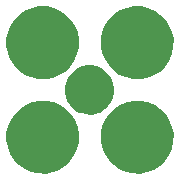
<source format=gts>
%TF.GenerationSoftware,KiCad,Pcbnew,4.0.5-e0-6337~49~ubuntu16.04.1*%
%TF.CreationDate,2017-01-17T23:36:29-08:00*%
%TF.ProjectId,2x2-Cap-Touch,3278322D4361702D546F7563682E6B69,1.0*%
%TF.FileFunction,Soldermask,Top*%
%FSLAX46Y46*%
G04 Gerber Fmt 4.6, Leading zero omitted, Abs format (unit mm)*
G04 Created by KiCad (PCBNEW 4.0.5-e0-6337~49~ubuntu16.04.1) date Tue Jan 17 23:36:29 2017*
%MOMM*%
%LPD*%
G01*
G04 APERTURE LIST*
%ADD10C,0.350000*%
G04 APERTURE END LIST*
D10*
G36*
X129483110Y-94715847D02*
X130074055Y-94837151D01*
X130630198Y-95070932D01*
X131130334Y-95408278D01*
X131555421Y-95836343D01*
X131889266Y-96338821D01*
X132119156Y-96896576D01*
X132236264Y-97488014D01*
X132236264Y-97488024D01*
X132236331Y-97488363D01*
X132226710Y-98177416D01*
X132226633Y-98177754D01*
X132226633Y-98177762D01*
X132093057Y-98765701D01*
X131847685Y-99316816D01*
X131499937Y-99809778D01*
X131063062Y-100225809D01*
X130553700Y-100549061D01*
X129991254Y-100767219D01*
X129397147Y-100871976D01*
X128794003Y-100859342D01*
X128204800Y-100729797D01*
X127651982Y-100488277D01*
X127156607Y-100143982D01*
X126737537Y-99710023D01*
X126410738Y-99202930D01*
X126188656Y-98642014D01*
X126079755Y-98048658D01*
X126088177Y-97445441D01*
X126213606Y-96855347D01*
X126451259Y-96300858D01*
X126792091Y-95803088D01*
X127223112Y-95381000D01*
X127727913Y-95050668D01*
X128287259Y-94824677D01*
X128879845Y-94711636D01*
X129483110Y-94715847D01*
X129483110Y-94715847D01*
G37*
G36*
X137483110Y-94715847D02*
X138074055Y-94837151D01*
X138630198Y-95070932D01*
X139130334Y-95408278D01*
X139555421Y-95836343D01*
X139889266Y-96338821D01*
X140119156Y-96896576D01*
X140236264Y-97488014D01*
X140236264Y-97488024D01*
X140236331Y-97488363D01*
X140226710Y-98177416D01*
X140226633Y-98177754D01*
X140226633Y-98177762D01*
X140093057Y-98765701D01*
X139847685Y-99316816D01*
X139499937Y-99809778D01*
X139063062Y-100225809D01*
X138553700Y-100549061D01*
X137991254Y-100767219D01*
X137397147Y-100871976D01*
X136794003Y-100859342D01*
X136204800Y-100729797D01*
X135651982Y-100488277D01*
X135156607Y-100143982D01*
X134737537Y-99710023D01*
X134410738Y-99202930D01*
X134188656Y-98642014D01*
X134079755Y-98048658D01*
X134088177Y-97445441D01*
X134213606Y-96855347D01*
X134451259Y-96300858D01*
X134792091Y-95803088D01*
X135223112Y-95381000D01*
X135727913Y-95050668D01*
X136287259Y-94824677D01*
X136879845Y-94711636D01*
X137483110Y-94715847D01*
X137483110Y-94715847D01*
G37*
G36*
X133328076Y-91715180D02*
X133726916Y-91797051D01*
X134102273Y-91954836D01*
X134439826Y-92182519D01*
X134726728Y-92471430D01*
X134952047Y-92810564D01*
X135107205Y-93187006D01*
X135186222Y-93586069D01*
X135186222Y-93586079D01*
X135186289Y-93586418D01*
X135179795Y-94051476D01*
X135179719Y-94051810D01*
X135179719Y-94051823D01*
X135089590Y-94448525D01*
X134923984Y-94820484D01*
X134689279Y-95153197D01*
X134394422Y-95433986D01*
X134109780Y-95614626D01*
X134098908Y-95623908D01*
X134091053Y-95635850D01*
X134086835Y-95649509D01*
X134086200Y-95657518D01*
X134086200Y-95751200D01*
X133804799Y-95751200D01*
X133786428Y-95754638D01*
X133671031Y-95799397D01*
X133270057Y-95870100D01*
X132862980Y-95861572D01*
X132465312Y-95774139D01*
X132422532Y-95755449D01*
X132402194Y-95751200D01*
X132133800Y-95751200D01*
X132133800Y-95662548D01*
X132131789Y-95648395D01*
X132125914Y-95635364D01*
X132116642Y-95624484D01*
X132103338Y-95615997D01*
X132092202Y-95611131D01*
X131757863Y-95378760D01*
X131475022Y-95085870D01*
X131254458Y-94743620D01*
X131104568Y-94365044D01*
X131031069Y-93964575D01*
X131036753Y-93557449D01*
X131121408Y-93159180D01*
X131281806Y-92784943D01*
X131511841Y-92448985D01*
X131802748Y-92164108D01*
X132143450Y-91941159D01*
X132520967Y-91788632D01*
X132920916Y-91712338D01*
X133328076Y-91715180D01*
X133328076Y-91715180D01*
G37*
G36*
X129483110Y-86715847D02*
X130074055Y-86837151D01*
X130630198Y-87070932D01*
X131130334Y-87408278D01*
X131555421Y-87836343D01*
X131889266Y-88338821D01*
X132119156Y-88896576D01*
X132236264Y-89488014D01*
X132236264Y-89488024D01*
X132236331Y-89488363D01*
X132226710Y-90177416D01*
X132226633Y-90177754D01*
X132226633Y-90177762D01*
X132093057Y-90765701D01*
X131847685Y-91316816D01*
X131499937Y-91809778D01*
X131063062Y-92225809D01*
X130553700Y-92549061D01*
X129991254Y-92767219D01*
X129397147Y-92871976D01*
X128794003Y-92859342D01*
X128204800Y-92729797D01*
X127651982Y-92488277D01*
X127156607Y-92143982D01*
X126737537Y-91710023D01*
X126410738Y-91202930D01*
X126188656Y-90642014D01*
X126079755Y-90048658D01*
X126088177Y-89445441D01*
X126213606Y-88855347D01*
X126451259Y-88300858D01*
X126792091Y-87803088D01*
X127223112Y-87381000D01*
X127727913Y-87050668D01*
X128287259Y-86824677D01*
X128879845Y-86711636D01*
X129483110Y-86715847D01*
X129483110Y-86715847D01*
G37*
G36*
X137483110Y-86715847D02*
X138074055Y-86837151D01*
X138630198Y-87070932D01*
X139130334Y-87408278D01*
X139555421Y-87836343D01*
X139889266Y-88338821D01*
X140119156Y-88896576D01*
X140236264Y-89488014D01*
X140236264Y-89488024D01*
X140236331Y-89488363D01*
X140226710Y-90177416D01*
X140226633Y-90177754D01*
X140226633Y-90177762D01*
X140093057Y-90765701D01*
X139847685Y-91316816D01*
X139499937Y-91809778D01*
X139063062Y-92225809D01*
X138553700Y-92549061D01*
X137991254Y-92767219D01*
X137397147Y-92871976D01*
X136794003Y-92859342D01*
X136204800Y-92729797D01*
X135651982Y-92488277D01*
X135156607Y-92143982D01*
X134737537Y-91710023D01*
X134410738Y-91202930D01*
X134188656Y-90642014D01*
X134079755Y-90048658D01*
X134088177Y-89445441D01*
X134213606Y-88855347D01*
X134451259Y-88300858D01*
X134792091Y-87803088D01*
X135223112Y-87381000D01*
X135727913Y-87050668D01*
X136287259Y-86824677D01*
X136879845Y-86711636D01*
X137483110Y-86715847D01*
X137483110Y-86715847D01*
G37*
M02*

</source>
